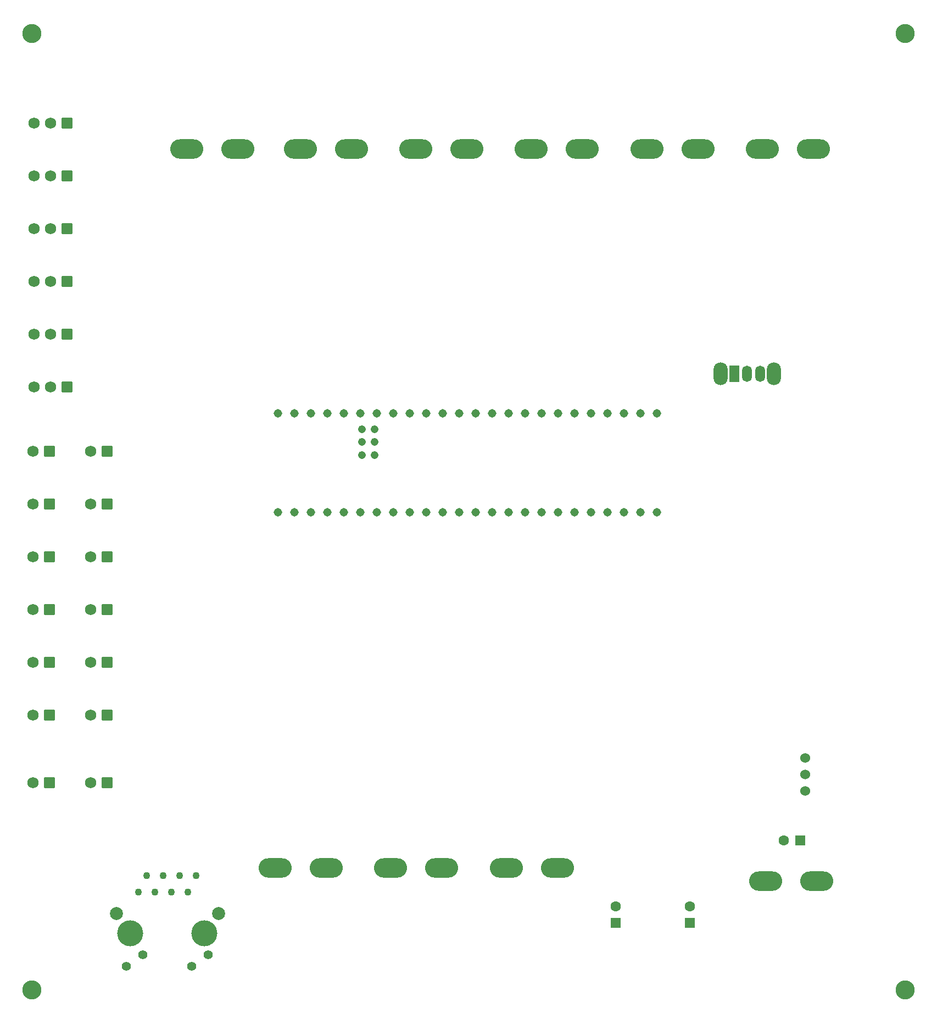
<source format=gbs>
G04 #@! TF.GenerationSoftware,KiCad,Pcbnew,(6.0.7)*
G04 #@! TF.CreationDate,2023-03-20T21:56:32-05:00*
G04 #@! TF.ProjectId,Armboard_Hardware,41726d62-6f61-4726-945f-486172647761,rev?*
G04 #@! TF.SameCoordinates,Original*
G04 #@! TF.FileFunction,Soldermask,Bot*
G04 #@! TF.FilePolarity,Negative*
%FSLAX46Y46*%
G04 Gerber Fmt 4.6, Leading zero omitted, Abs format (unit mm)*
G04 Created by KiCad (PCBNEW (6.0.7)) date 2023-03-20 21:56:32*
%MOMM*%
%LPD*%
G01*
G04 APERTURE LIST*
G04 Aperture macros list*
%AMRoundRect*
0 Rectangle with rounded corners*
0 $1 Rounding radius*
0 $2 $3 $4 $5 $6 $7 $8 $9 X,Y pos of 4 corners*
0 Add a 4 corners polygon primitive as box body*
4,1,4,$2,$3,$4,$5,$6,$7,$8,$9,$2,$3,0*
0 Add four circle primitives for the rounded corners*
1,1,$1+$1,$2,$3*
1,1,$1+$1,$4,$5*
1,1,$1+$1,$6,$7*
1,1,$1+$1,$8,$9*
0 Add four rect primitives between the rounded corners*
20,1,$1+$1,$2,$3,$4,$5,0*
20,1,$1+$1,$4,$5,$6,$7,0*
20,1,$1+$1,$6,$7,$8,$9,0*
20,1,$1+$1,$8,$9,$2,$3,0*%
G04 Aperture macros list end*
%ADD10C,2.946400*%
%ADD11R,1.600000X1.600000*%
%ADD12C,1.600000*%
%ADD13RoundRect,0.250000X0.620000X0.620000X-0.620000X0.620000X-0.620000X-0.620000X0.620000X-0.620000X0*%
%ADD14C,1.740000*%
%ADD15C,1.524000*%
%ADD16O,2.200000X3.500000*%
%ADD17R,1.500000X2.500000*%
%ADD18O,1.500000X2.500000*%
%ADD19C,1.308000*%
%ADD20C,1.208000*%
%ADD21C,1.100000*%
%ADD22C,1.400000*%
%ADD23C,4.000000*%
%ADD24C,2.000000*%
%ADD25O,5.100000X3.000000*%
G04 APERTURE END LIST*
D10*
X278328120Y-131018280D03*
D11*
X233680000Y-267970000D03*
D12*
X233680000Y-265470000D03*
D13*
X146392900Y-227814000D03*
D14*
X143852900Y-227814000D03*
D13*
X146392900Y-203430000D03*
D14*
X143852900Y-203430000D03*
D13*
X146392900Y-211570000D03*
D14*
X143852900Y-211570000D03*
D13*
X146392900Y-235942000D03*
D14*
X143852900Y-235942000D03*
D15*
X262890000Y-242570000D03*
X262890000Y-245110000D03*
X262890000Y-247650000D03*
D16*
X249868000Y-183388000D03*
X258068000Y-183388000D03*
D17*
X251968000Y-183388000D03*
D18*
X253968000Y-183388000D03*
X255968000Y-183388000D03*
D13*
X155282900Y-235942000D03*
D14*
X152742900Y-235942000D03*
D11*
X245110000Y-267970000D03*
D12*
X245110000Y-265470000D03*
D11*
X262128000Y-255270000D03*
D12*
X259628000Y-255270000D03*
D13*
X146392900Y-195302000D03*
D14*
X143852900Y-195302000D03*
D13*
X149136100Y-161024000D03*
D14*
X146596100Y-161024000D03*
X144056100Y-161024000D03*
D13*
X149136100Y-185396000D03*
D14*
X146596100Y-185396000D03*
X144056100Y-185396000D03*
D10*
X278328120Y-278328120D03*
D13*
X149136100Y-169152000D03*
D14*
X146596100Y-169152000D03*
X144056100Y-169152000D03*
D13*
X155282900Y-203430000D03*
D14*
X152742900Y-203430000D03*
D13*
X155282900Y-195302000D03*
D14*
X152742900Y-195302000D03*
D13*
X146392900Y-219698000D03*
D14*
X143852900Y-219698000D03*
D13*
X155282900Y-219686000D03*
D14*
X152742900Y-219686000D03*
D13*
X149136100Y-152884000D03*
D14*
X146596100Y-152884000D03*
X144056100Y-152884000D03*
D13*
X155282900Y-246366860D03*
D14*
X152742900Y-246366860D03*
D13*
X155282900Y-227814000D03*
D14*
X152742900Y-227814000D03*
D10*
X143718280Y-278328120D03*
D13*
X155282900Y-211570000D03*
D14*
X152742900Y-211570000D03*
D19*
X184150000Y-204724000D03*
X186690000Y-204724000D03*
X189230000Y-204724000D03*
X191770000Y-204724000D03*
X217170000Y-204724000D03*
X186690000Y-189484000D03*
X194310000Y-204724000D03*
X196850000Y-204724000D03*
X199390000Y-204724000D03*
X201930000Y-204724000D03*
X204470000Y-204724000D03*
X207010000Y-204724000D03*
X209550000Y-204724000D03*
X212090000Y-204724000D03*
X214630000Y-204724000D03*
X214630000Y-189484000D03*
X212090000Y-189484000D03*
X209550000Y-189484000D03*
X207010000Y-189484000D03*
X204470000Y-189484000D03*
X201930000Y-189484000D03*
X199390000Y-189484000D03*
X196850000Y-189484000D03*
X194310000Y-189484000D03*
X191770000Y-189484000D03*
X189230000Y-189484000D03*
X219710000Y-204724000D03*
X222250000Y-204724000D03*
X224790000Y-204724000D03*
X227330000Y-204724000D03*
X229870000Y-204724000D03*
X232410000Y-204724000D03*
X234950000Y-204724000D03*
X237490000Y-204724000D03*
X240030000Y-204724000D03*
X240030000Y-189484000D03*
X237490000Y-189484000D03*
X234950000Y-189484000D03*
X232410000Y-189484000D03*
X229870000Y-189484000D03*
X227330000Y-189484000D03*
X224790000Y-189484000D03*
X222250000Y-189484000D03*
X219710000Y-189484000D03*
X181610000Y-204724000D03*
X217170000Y-189484000D03*
X184150000Y-189484000D03*
D20*
X196580000Y-193934000D03*
X194580000Y-193934000D03*
X194580000Y-191934000D03*
X196580000Y-191934000D03*
X196580000Y-195934000D03*
X194580000Y-195934000D03*
D19*
X181610000Y-189484000D03*
D10*
X143718280Y-131018280D03*
D13*
X149136100Y-144756000D03*
D14*
X146596100Y-144756000D03*
X144056100Y-144756000D03*
D13*
X146392900Y-246366860D03*
D14*
X143852900Y-246366860D03*
D21*
X160149000Y-263225000D03*
X161419000Y-260685000D03*
X162689000Y-263225000D03*
X163959000Y-260685000D03*
X165229000Y-263225000D03*
X166499000Y-260685000D03*
X167769000Y-263225000D03*
X169039000Y-260685000D03*
D22*
X158269000Y-274655000D03*
X160809000Y-272865000D03*
X168379000Y-274655000D03*
X170919000Y-272865000D03*
D23*
X158879000Y-269575000D03*
X170309000Y-269575000D03*
D24*
X156719000Y-266525000D03*
X172469000Y-266525000D03*
D13*
X149136100Y-177268000D03*
D14*
X146596100Y-177268000D03*
X144056100Y-177268000D03*
D25*
X256798931Y-261569576D03*
X264672931Y-261569576D03*
X167616488Y-148740700D03*
X175490488Y-148740700D03*
X220714712Y-148740700D03*
X228588712Y-148740700D03*
X224721008Y-259525800D03*
X216847008Y-259525800D03*
X189083216Y-259525800D03*
X181209216Y-259525800D03*
X185094036Y-148740700D03*
X192968036Y-148740700D03*
X202898024Y-148740700D03*
X210772024Y-148740700D03*
X238531400Y-148740700D03*
X246405400Y-148740700D03*
X206902004Y-259525800D03*
X199028004Y-259525800D03*
X256348088Y-148740700D03*
X264222088Y-148740700D03*
M02*

</source>
